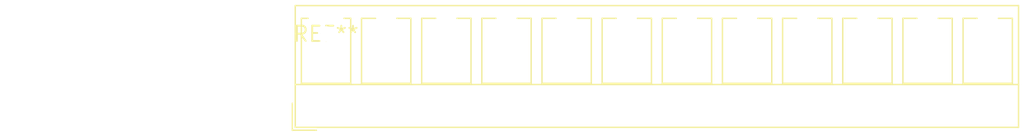
<source format=kicad_pcb>
(kicad_pcb (version 20240108) (generator pcbnew)
  (layers (0 "F.Cu" signal) (31 "B.Cu" signal) (34 "B.Paste" user) (35 "F.Paste" user) (36 "B.SilkS" user "B.Silkscreen") (37 "F.SilkS" user "F.Silkscreen") (38 "B.Mask" user) (39 "F.Mask" user) (44 "Edge.Cuts" user))
  (net 0 "")
  (footprint "TerminalBlock_RND_205-00286_1x12_P5.00mm_Vertical" (layer "F.Cu") (at 0 0)
    (property "Reference" "REF**")
    (property "Value" "TerminalBlock_RND_205-00286_1x12_P5.00mm_Vertical")
    (fp_line (start -2.8 5.76) (end -2.8 8) (layer "F.SilkS") (stroke (width 0.12)))
    (fp_line (start -2.8 8) (end -0.8 8) (layer "F.SilkS") (stroke (width 0.12)))
    (fp_line (start -2.56 -2.36) (end -2.56 7.76) (layer "F.SilkS") (stroke (width 0.12)))
    (fp_line (start -2.56 -2.36) (end 57.56 -2.36) (layer "F.SilkS") (stroke (width 0.12)))
    (fp_line (start -2.56 4.2) (end 57.56 4.2) (layer "F.SilkS") (stroke (width 0.12)))
    (fp_line (start -2.56 7.76) (end 57.56 7.76) (layer "F.SilkS") (stroke (width 0.12)))
    (fp_line (start -2.05 -1.3) (end -2.05 4.1) (layer "F.SilkS") (stroke (width 0.12)))
    (fp_line (start -2.05 -1.3) (end -1.49 -1.3) (layer "F.SilkS") (stroke (width 0.12)))
    (fp_line (start -2.05 4.1) (end 2.05 4.1) (layer "F.SilkS") (stroke (width 0.12)))
    (fp_line (start 1.49 -1.3) (end 2.05 -1.3) (layer "F.SilkS") (stroke (width 0.12)))
    (fp_line (start 2.05 -1.3) (end 2.05 4.1) (layer "F.SilkS") (stroke (width 0.12)))
    (fp_line (start 2.95 -1.3) (end 2.95 4.1) (layer "F.SilkS") (stroke (width 0.12)))
    (fp_line (start 2.95 -1.3) (end 4.117 -1.3) (layer "F.SilkS") (stroke (width 0.12)))
    (fp_line (start 2.95 4.1) (end 7.05 4.1) (layer "F.SilkS") (stroke (width 0.12)))
    (fp_line (start 5.884 -1.3) (end 7.05 -1.3) (layer "F.SilkS") (stroke (width 0.12)))
    (fp_line (start 7.05 -1.3) (end 7.05 4.1) (layer "F.SilkS") (stroke (width 0.12)))
    (fp_line (start 7.95 -1.3) (end 7.95 4.1) (layer "F.SilkS") (stroke (width 0.12)))
    (fp_line (start 7.95 -1.3) (end 9.117 -1.3) (layer "F.SilkS") (stroke (width 0.12)))
    (fp_line (start 7.95 4.1) (end 12.05 4.1) (layer "F.SilkS") (stroke (width 0.12)))
    (fp_line (start 10.884 -1.3) (end 12.05 -1.3) (layer "F.SilkS") (stroke (width 0.12)))
    (fp_line (start 12.05 -1.3) (end 12.05 4.1) (layer "F.SilkS") (stroke (width 0.12)))
    (fp_line (start 12.95 -1.3) (end 12.95 4.1) (layer "F.SilkS") (stroke (width 0.12)))
    (fp_line (start 12.95 -1.3) (end 14.117 -1.3) (layer "F.SilkS") (stroke (width 0.12)))
    (fp_line (start 12.95 4.1) (end 17.05 4.1) (layer "F.SilkS") (stroke (width 0.12)))
    (fp_line (start 15.884 -1.3) (end 17.05 -1.3) (layer "F.SilkS") (stroke (width 0.12)))
    (fp_line (start 17.05 -1.3) (end 17.05 4.1) (layer "F.SilkS") (stroke (width 0.12)))
    (fp_line (start 17.95 -1.3) (end 17.95 4.1) (layer "F.SilkS") (stroke (width 0.12)))
    (fp_line (start 17.95 -1.3) (end 19.117 -1.3) (layer "F.SilkS") (stroke (width 0.12)))
    (fp_line (start 17.95 4.1) (end 22.05 4.1) (layer "F.SilkS") (stroke (width 0.12)))
    (fp_line (start 20.884 -1.3) (end 22.05 -1.3) (layer "F.SilkS") (stroke (width 0.12)))
    (fp_line (start 22.05 -1.3) (end 22.05 4.1) (layer "F.SilkS") (stroke (width 0.12)))
    (fp_line (start 22.95 -1.3) (end 22.95 4.1) (layer "F.SilkS") (stroke (width 0.12)))
    (fp_line (start 22.95 -1.3) (end 24.117 -1.3) (layer "F.SilkS") (stroke (width 0.12)))
    (fp_line (start 22.95 4.1) (end 27.05 4.1) (layer "F.SilkS") (stroke (width 0.12)))
    (fp_line (start 25.884 -1.3) (end 27.05 -1.3) (layer "F.SilkS") (stroke (width 0.12)))
    (fp_line (start 27.05 -1.3) (end 27.05 4.1) (layer "F.SilkS") (stroke (width 0.12)))
    (fp_line (start 27.95 -1.3) (end 27.95 4.1) (layer "F.SilkS") (stroke (width 0.12)))
    (fp_line (start 27.95 -1.3) (end 29.117 -1.3) (layer "F.SilkS") (stroke (width 0.12)))
    (fp_line (start 27.95 4.1) (end 32.05 4.1) (layer "F.SilkS") (stroke (width 0.12)))
    (fp_line (start 30.884 -1.3) (end 32.05 -1.3) (layer "F.SilkS") (stroke (width 0.12)))
    (fp_line (start 32.05 -1.3) (end 32.05 4.1) (layer "F.SilkS") (stroke (width 0.12)))
    (fp_line (start 32.95 -1.3) (end 32.95 4.1) (layer "F.SilkS") (stroke (width 0.12)))
    (fp_line (start 32.95 -1.3) (end 34.117 -1.3) (layer "F.SilkS") (stroke (width 0.12)))
    (fp_line (start 32.95 4.1) (end 37.05 4.1) (layer "F.SilkS") (stroke (width 0.12)))
    (fp_line (start 35.884 -1.3) (end 37.05 -1.3) (layer "F.SilkS") (stroke (width 0.12)))
    (fp_line (start 37.05 -1.3) (end 37.05 4.1) (layer "F.SilkS") (stroke (width 0.12)))
    (fp_line (start 37.95 -1.3) (end 37.95 4.1) (layer "F.SilkS") (stroke (width 0.12)))
    (fp_line (start 37.95 -1.3) (end 39.117 -1.3) (layer "F.SilkS") (stroke (width 0.12)))
    (fp_line (start 37.95 4.1) (end 42.05 4.1) (layer "F.SilkS") (stroke (width 0.12)))
    (fp_line (start 40.884 -1.3) (end 42.05 -1.3) (layer "F.SilkS") (stroke (width 0.12)))
    (fp_line (start 42.05 -1.3) (end 42.05 4.1) (layer "F.SilkS") (stroke (width 0.12)))
    (fp_line (start 42.95 -1.3) (end 42.95 4.1) (layer "F.SilkS") (stroke (width 0.12)))
    (fp_line (start 42.95 -1.3) (end 44.117 -1.3) (layer "F.SilkS") (stroke (width 0.12)))
    (fp_line (start 42.95 4.1) (end 47.05 4.1) (layer "F.SilkS") (stroke (width 0.12)))
    (fp_line (start 45.884 -1.3) (end 47.05 -1.3) (layer "F.SilkS") (stroke (width 0.12)))
    (fp_line (start 47.05 -1.3) (end 47.05 4.1) (layer "F.SilkS") (stroke (width 0.12)))
    (fp_line (start 47.95 -1.3) (end 47.95 4.1) (layer "F.SilkS") (stroke (width 0.12)))
    (fp_line (start 47.95 -1.3) (end 49.117 -1.3) (layer "F.SilkS") (stroke (width 0.12)))
    (fp_line (start 47.95 4.1) (end 52.05 4.1) (layer "F.SilkS") (stroke (width 0.12)))
    (fp_line (start 50.884 -1.3) (end 52.05 -1.3) (layer "F.SilkS") (stroke (width 0.12)))
    (fp_line (start 52.05 -1.3) (end 52.05 4.1) (layer "F.SilkS") (stroke (width 0.12)))
    (fp_line (start 52.95 -1.3) (end 52.95 4.1) (layer "F.SilkS") (stroke (width 0.12)))
    (fp_line (start 52.95 -1.3) (end 54.117 -1.3) (layer "F.SilkS") (stroke (width 0.12)))
    (fp_line (start 52.95 4.1) (end 57.05 4.1) (layer "F.SilkS") (stroke (width 0.12)))
    (fp_line (start 55.884 -1.3) (end 57.05 -1.3) (layer "F.SilkS") (stroke (width 0.12)))
    (fp_line (start 57.05 -1.3) (end 57.05 4.1) (layer "F.SilkS") (stroke (width 0.12)))
    (fp_line (start 57.56 -2.36) (end 57.56 7.76) (layer "F.SilkS") (stroke (width 0.12)))
    (pad "1" thru_hole rect (at 0 0) (size 2.5 2.5) (drill 1.3) (layers *.Cu *.Mask) (remove_unused_layers))
    (pad "2" thru_hole circle (at 5 0) (size 2.5 2.5) (drill 1.3) (layers *.Cu *.Mask) (remove_unused_layers))
    (pad "3" thru_hole circle (at 10 0) (size 2.5 2.5) (drill 1.3) (layers *.Cu *.Mask) (remove_unused_layers))
    (pad "4" thru_hole circle (at 15 0) (size 2.5 2.5) (drill 1.3) (layers *.Cu *.Mask) (remove_unused_layers))
    (pad "5" thru_hole circle (at 20 0) (size 2.5 2.5) (drill 1.3) (layers *.Cu *.Mask) (remove_unused_layers))
    (pad "6" thru_hole circle (at 25 0) (size 2.5 2.5) (drill 1.3) (layers *.Cu *.Mask) (remove_unused_layers))
    (pad "7" thru_hole circle (at 30 0) (size 2.5 2.5) (drill 1.3) (layers *.Cu *.Mask) (remove_unused_layers))
    (pad "8" thru_hole circle (at 35 0) (size 2.5 2.5) (drill 1.3) (layers *.Cu *.Mask) (remove_unused_layers))
    (pad "9" thru_hole circle (at 40 0) (size 2.5 2.5) (drill 1.3) (layers *.Cu *.Mask) (remove_unused_layers))
    (pad "10" thru_hole circle (at 45 0) (size 2.5 2.5) (drill 1.3) (layers *.Cu *.Mask) (remove_unused_layers))
    (pad "11" thru_hole circle (at 50 0) (size 2.5 2.5) (drill 1.3) (layers *.Cu *.Mask) (remove_unused_layers))
    (pad "12" thru_hole circle (at 55 0) (size 2.5 2.5) (drill 1.3) (layers *.Cu *.Mask) (remove_unused_layers))
  )
)
</source>
